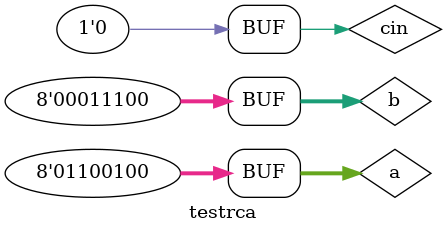
<source format=v>
`timescale 1ns / 1ps


module testrca;

	// Inputs
	reg [7:0] a;
	reg [7:0] b;
	reg cin;

	// Outputs
	wire [7:0] s;
	wire cout;

	// Instantiate the Unit Under Test (UUT)
	RippleCarryAdder uut (
		.a(a), 
		.b(b), 
		.cin(cin), 
		.s(s), 
		.cout(cout)
	);

	initial begin
	$monitor ("a = %d, b = %d, cin = %d, s = %d, cout = %d", a, b, cin, s, cout);
		// Initialize Inputs
		//general cases
		a = 8'd53; b = 8'd52; cin = 0;
		#100;
		a = 8'd53; b = 8'd52; cin = 1;
		#100;
		//corner cases
		a = 8'd128; b = 8'd0; cin = 0;
		#100;
		a = 8'd64; b = 8'd64; cin = 1;
		#100;
		a = 8'd100; b = 8'd28; cin = 0;
	end
      
endmodule


</source>
